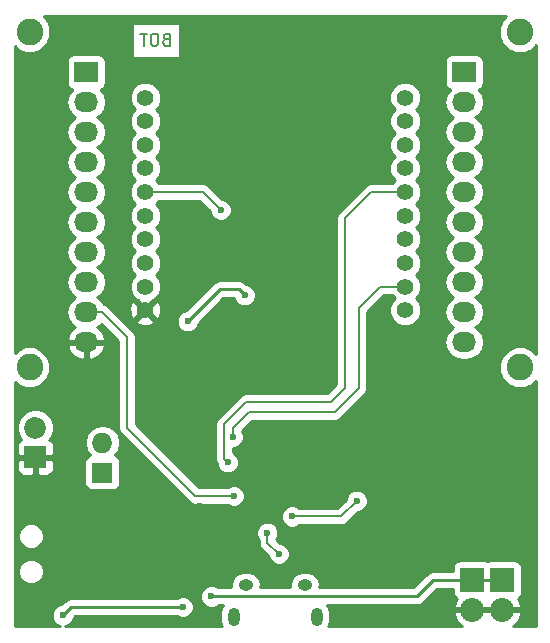
<source format=gbr>
G04 #@! TF.FileFunction,Copper,L2,Bot,Signal*
%FSLAX46Y46*%
G04 Gerber Fmt 4.6, Leading zero omitted, Abs format (unit mm)*
G04 Created by KiCad (PCBNEW 4.0.4-stable) date 01/27/17 12:31:46*
%MOMM*%
%LPD*%
G01*
G04 APERTURE LIST*
%ADD10C,0.100000*%
%ADD11C,0.200000*%
%ADD12C,2.260600*%
%ADD13C,0.600000*%
%ADD14C,1.400000*%
%ADD15O,1.250000X0.950000*%
%ADD16O,1.000000X1.550000*%
%ADD17R,1.850000X1.850000*%
%ADD18C,1.850000*%
%ADD19R,2.032000X1.727200*%
%ADD20O,2.032000X1.727200*%
%ADD21R,2.032000X2.032000*%
%ADD22O,2.032000X2.032000*%
%ADD23R,1.727200X1.727200*%
%ADD24O,1.727200X1.727200*%
%ADD25C,0.500000*%
%ADD26C,0.203200*%
%ADD27C,0.254000*%
G04 APERTURE END LIST*
D10*
D11*
X139733333Y-72228571D02*
X139590476Y-72276190D01*
X139542857Y-72323810D01*
X139495238Y-72419048D01*
X139495238Y-72561905D01*
X139542857Y-72657143D01*
X139590476Y-72704762D01*
X139685714Y-72752381D01*
X140066667Y-72752381D01*
X140066667Y-71752381D01*
X139733333Y-71752381D01*
X139638095Y-71800000D01*
X139590476Y-71847619D01*
X139542857Y-71942857D01*
X139542857Y-72038095D01*
X139590476Y-72133333D01*
X139638095Y-72180952D01*
X139733333Y-72228571D01*
X140066667Y-72228571D01*
X138876191Y-71752381D02*
X138685714Y-71752381D01*
X138590476Y-71800000D01*
X138495238Y-71895238D01*
X138447619Y-72085714D01*
X138447619Y-72419048D01*
X138495238Y-72609524D01*
X138590476Y-72704762D01*
X138685714Y-72752381D01*
X138876191Y-72752381D01*
X138971429Y-72704762D01*
X139066667Y-72609524D01*
X139114286Y-72419048D01*
X139114286Y-72085714D01*
X139066667Y-71895238D01*
X138971429Y-71800000D01*
X138876191Y-71752381D01*
X138161905Y-71752381D02*
X137590476Y-71752381D01*
X137876191Y-72752381D02*
X137876191Y-71752381D01*
D12*
X128200000Y-71600000D03*
D13*
X163400000Y-105800000D03*
X137700000Y-100800000D03*
X132700000Y-100800000D03*
X149800000Y-90800000D03*
X149800000Y-85800000D03*
X149800000Y-80800000D03*
X149800000Y-75800000D03*
X127700000Y-95800000D03*
X127700000Y-90800000D03*
X127700000Y-85800000D03*
X127700000Y-80800000D03*
X127700000Y-75800000D03*
X169800000Y-105800000D03*
X169800000Y-95800000D03*
X169800000Y-90800000D03*
X169800000Y-85800000D03*
X169800000Y-80800000D03*
X169800000Y-75800000D03*
X134800000Y-70800000D03*
X144800000Y-70800000D03*
X149800000Y-70800000D03*
X164800000Y-70800000D03*
X159800000Y-70800000D03*
X154800000Y-70800000D03*
X157900000Y-100900000D03*
X153400000Y-101000000D03*
X128500000Y-121500000D03*
X158600000Y-113400000D03*
X170900000Y-115400000D03*
X167400000Y-115400000D03*
X163300000Y-116300000D03*
X158600000Y-110600000D03*
X142600000Y-111700000D03*
X139300000Y-111700000D03*
X140500000Y-121500000D03*
X143600000Y-121500000D03*
X137700000Y-116500000D03*
X139900000Y-114600000D03*
X150200000Y-114390000D03*
X154450000Y-117750000D03*
X150210000Y-114390000D03*
X163300000Y-121500000D03*
X160100000Y-121500000D03*
X157100000Y-121500000D03*
X158600000Y-116300000D03*
D14*
X160000000Y-77160000D03*
X160000000Y-79160000D03*
X160000000Y-81160000D03*
X160000000Y-83160000D03*
X160000000Y-85160000D03*
X160000000Y-87160000D03*
X160000000Y-89160000D03*
X160000000Y-91160000D03*
X160000000Y-93160000D03*
X160000000Y-95160000D03*
X138000000Y-95160000D03*
X138000000Y-93160000D03*
X138000000Y-91160000D03*
X138000000Y-89160000D03*
X138000000Y-87160000D03*
X138000000Y-85160000D03*
X138000000Y-83160000D03*
X138000000Y-81160000D03*
X138000000Y-79160000D03*
X138000000Y-77160000D03*
D13*
X153400000Y-96900000D03*
D15*
X146499100Y-118420000D03*
X151499100Y-118420000D03*
D16*
X145499100Y-121120000D03*
X152499100Y-121120000D03*
D17*
X128680000Y-107610000D03*
D18*
X128680000Y-105110000D03*
D19*
X133000000Y-75000000D03*
D20*
X133000000Y-77540000D03*
X133000000Y-80080000D03*
X133000000Y-82620000D03*
X133000000Y-85160000D03*
X133000000Y-87700000D03*
X133000000Y-90240000D03*
X133000000Y-92780000D03*
X133000000Y-95320000D03*
X133000000Y-97860000D03*
D21*
X168240000Y-118000000D03*
D22*
X168240000Y-120540000D03*
D21*
X165700000Y-118000000D03*
D22*
X165700000Y-120540000D03*
D19*
X165000000Y-75000000D03*
D20*
X165000000Y-77540000D03*
X165000000Y-80080000D03*
X165000000Y-82620000D03*
X165000000Y-85160000D03*
X165000000Y-87700000D03*
X165000000Y-90240000D03*
X165000000Y-92780000D03*
X165000000Y-95320000D03*
X165000000Y-97860000D03*
D23*
X134360000Y-108910000D03*
D24*
X134360000Y-106370000D03*
D25*
X149740000Y-108810000D03*
X149740000Y-107810000D03*
X150740000Y-108810000D03*
X150740000Y-107810000D03*
X148740000Y-107810000D03*
X148740000Y-108810000D03*
X148740000Y-109810000D03*
X149740000Y-109810000D03*
X150740000Y-109810000D03*
D12*
X128200000Y-100000000D03*
X169700000Y-100000000D03*
X169700000Y-71600000D03*
D13*
X155900000Y-111300000D03*
X150428335Y-112628335D03*
X141200000Y-120300000D03*
X131000000Y-121000000D03*
X143600000Y-119400000D03*
X141590000Y-96100000D03*
X146400000Y-93900000D03*
X144390000Y-86690000D03*
X145500000Y-110900000D03*
X144970000Y-108040000D03*
X145400000Y-105900000D03*
X148340000Y-114010000D03*
X149310000Y-115810000D03*
D26*
X150428335Y-112628335D02*
X154300000Y-112628335D01*
X155900000Y-111300000D02*
X154571665Y-112628335D01*
X154571665Y-112628335D02*
X154300000Y-112628335D01*
D27*
X131700000Y-120300000D02*
X141200000Y-120300000D01*
X131000000Y-121000000D02*
X131700000Y-120300000D01*
X165700000Y-118000000D02*
X166970000Y-118000000D01*
X166970000Y-118000000D02*
X168240000Y-118000000D01*
X161000000Y-119400000D02*
X162400000Y-118000000D01*
X162400000Y-118000000D02*
X165700000Y-118000000D01*
X143600000Y-119400000D02*
X161000000Y-119400000D01*
X141590000Y-96100000D02*
X144290000Y-93400000D01*
X144290000Y-93400000D02*
X145900000Y-93400000D01*
X145900000Y-93400000D02*
X146400000Y-93900000D01*
D26*
X138000000Y-85160000D02*
X142860000Y-85160000D01*
X142860000Y-85160000D02*
X144390000Y-86690000D01*
X145500000Y-110900000D02*
X142230000Y-110900000D01*
X142230000Y-110900000D02*
X136440000Y-105110000D01*
X136440000Y-105110000D02*
X136440000Y-97430000D01*
X136440000Y-97430000D02*
X134330000Y-95320000D01*
X134330000Y-95320000D02*
X133000000Y-95320000D01*
X154920000Y-87370000D02*
X157130000Y-85160000D01*
X157130000Y-85160000D02*
X160000000Y-85160000D01*
X154920000Y-101730000D02*
X154920000Y-87370000D01*
X153710000Y-102940000D02*
X154920000Y-101730000D01*
X146560000Y-102940000D02*
X153710000Y-102940000D01*
X144670001Y-104829999D02*
X146560000Y-102940000D01*
X144970000Y-108040000D02*
X144670001Y-107740001D01*
X144670001Y-107740001D02*
X144670001Y-104829999D01*
X145400000Y-105900000D02*
X145400000Y-105140000D01*
X156060000Y-95000000D02*
X157900000Y-93160000D01*
X145400000Y-105140000D02*
X146770000Y-103770000D01*
X146770000Y-103770000D02*
X154020000Y-103770000D01*
X154020000Y-103770000D02*
X156060000Y-101730000D01*
X156060000Y-101730000D02*
X156060000Y-95000000D01*
X157900000Y-93160000D02*
X160000000Y-93160000D01*
X149310000Y-115810000D02*
X148340000Y-114840000D01*
X148340000Y-114840000D02*
X148340000Y-114010000D01*
D27*
G36*
X168204324Y-70598732D02*
X167935007Y-71247320D01*
X167934395Y-71949599D01*
X168202579Y-72598656D01*
X168698732Y-73095676D01*
X169347320Y-73364993D01*
X170049599Y-73365605D01*
X170698656Y-73097421D01*
X171065000Y-72731716D01*
X171065000Y-98868692D01*
X170701268Y-98504324D01*
X170052680Y-98235007D01*
X169350401Y-98234395D01*
X168701344Y-98502579D01*
X168204324Y-98998732D01*
X167935007Y-99647320D01*
X167934395Y-100349599D01*
X168202579Y-100998656D01*
X168698732Y-101495676D01*
X169347320Y-101764993D01*
X170049599Y-101765605D01*
X170698656Y-101497421D01*
X171065000Y-101131716D01*
X171065000Y-121915000D01*
X169126025Y-121915000D01*
X169208379Y-121877188D01*
X169646385Y-121404818D01*
X169845975Y-120922944D01*
X169726836Y-120667000D01*
X168367000Y-120667000D01*
X168367000Y-120687000D01*
X168113000Y-120687000D01*
X168113000Y-120667000D01*
X165827000Y-120667000D01*
X165827000Y-120687000D01*
X165573000Y-120687000D01*
X165573000Y-120667000D01*
X164213164Y-120667000D01*
X164094025Y-120922944D01*
X164293615Y-121404818D01*
X164731621Y-121877188D01*
X164813975Y-121915000D01*
X153508929Y-121915000D01*
X153547703Y-121856970D01*
X153634100Y-121422624D01*
X153634100Y-120817376D01*
X153547703Y-120383030D01*
X153400015Y-120162000D01*
X161000000Y-120162000D01*
X161291605Y-120103996D01*
X161538815Y-119938815D01*
X162715630Y-118762000D01*
X164036560Y-118762000D01*
X164036560Y-119016000D01*
X164080838Y-119251317D01*
X164219910Y-119467441D01*
X164382948Y-119578840D01*
X164293615Y-119675182D01*
X164094025Y-120157056D01*
X164213164Y-120413000D01*
X165573000Y-120413000D01*
X165573000Y-120393000D01*
X165827000Y-120393000D01*
X165827000Y-120413000D01*
X168113000Y-120413000D01*
X168113000Y-120393000D01*
X168367000Y-120393000D01*
X168367000Y-120413000D01*
X169726836Y-120413000D01*
X169845975Y-120157056D01*
X169646385Y-119675182D01*
X169555903Y-119577602D01*
X169707441Y-119480090D01*
X169852431Y-119267890D01*
X169903440Y-119016000D01*
X169903440Y-116984000D01*
X169859162Y-116748683D01*
X169720090Y-116532559D01*
X169507890Y-116387569D01*
X169256000Y-116336560D01*
X167224000Y-116336560D01*
X166988683Y-116380838D01*
X166972901Y-116390993D01*
X166967890Y-116387569D01*
X166716000Y-116336560D01*
X164684000Y-116336560D01*
X164448683Y-116380838D01*
X164232559Y-116519910D01*
X164087569Y-116732110D01*
X164036560Y-116984000D01*
X164036560Y-117238000D01*
X162400000Y-117238000D01*
X162108395Y-117296004D01*
X162087449Y-117310000D01*
X161861185Y-117461185D01*
X160684370Y-118638000D01*
X152740422Y-118638000D01*
X152783785Y-118420000D01*
X152699291Y-117995221D01*
X152458674Y-117635111D01*
X152098564Y-117394494D01*
X151673785Y-117310000D01*
X151324415Y-117310000D01*
X150899636Y-117394494D01*
X150539526Y-117635111D01*
X150298909Y-117995221D01*
X150214415Y-118420000D01*
X150257778Y-118638000D01*
X147740422Y-118638000D01*
X147783785Y-118420000D01*
X147699291Y-117995221D01*
X147458674Y-117635111D01*
X147098564Y-117394494D01*
X146673785Y-117310000D01*
X146324415Y-117310000D01*
X145899636Y-117394494D01*
X145539526Y-117635111D01*
X145298909Y-117995221D01*
X145214415Y-118420000D01*
X145257778Y-118638000D01*
X144160466Y-118638000D01*
X144130327Y-118607808D01*
X143786799Y-118465162D01*
X143414833Y-118464838D01*
X143071057Y-118606883D01*
X142807808Y-118869673D01*
X142665162Y-119213201D01*
X142664838Y-119585167D01*
X142806883Y-119928943D01*
X143069673Y-120192192D01*
X143413201Y-120334838D01*
X143785167Y-120335162D01*
X144128943Y-120193117D01*
X144160114Y-120162000D01*
X144598185Y-120162000D01*
X144450497Y-120383030D01*
X144364100Y-120817376D01*
X144364100Y-121422624D01*
X144450497Y-121856970D01*
X144489271Y-121915000D01*
X131233963Y-121915000D01*
X131528943Y-121793117D01*
X131792192Y-121530327D01*
X131934838Y-121186799D01*
X131934876Y-121142754D01*
X132015631Y-121062000D01*
X140639534Y-121062000D01*
X140669673Y-121092192D01*
X141013201Y-121234838D01*
X141385167Y-121235162D01*
X141728943Y-121093117D01*
X141992192Y-120830327D01*
X142134838Y-120486799D01*
X142135162Y-120114833D01*
X141993117Y-119771057D01*
X141730327Y-119507808D01*
X141386799Y-119365162D01*
X141014833Y-119364838D01*
X140671057Y-119506883D01*
X140639886Y-119538000D01*
X131700000Y-119538000D01*
X131454672Y-119586799D01*
X131408395Y-119596004D01*
X131161184Y-119761185D01*
X130857494Y-120064875D01*
X130814833Y-120064838D01*
X130471057Y-120206883D01*
X130207808Y-120469673D01*
X130065162Y-120813201D01*
X130064838Y-121185167D01*
X130206883Y-121528943D01*
X130469673Y-121792192D01*
X130765426Y-121915000D01*
X126935000Y-121915000D01*
X126935000Y-117504873D01*
X127239812Y-117504873D01*
X127404646Y-117903800D01*
X127709595Y-118209282D01*
X128108233Y-118374811D01*
X128539873Y-118375188D01*
X128938800Y-118210354D01*
X129244282Y-117905405D01*
X129409811Y-117506767D01*
X129410188Y-117075127D01*
X129245354Y-116676200D01*
X128940405Y-116370718D01*
X128541767Y-116205189D01*
X128110127Y-116204812D01*
X127711200Y-116369646D01*
X127405718Y-116674595D01*
X127240189Y-117073233D01*
X127239812Y-117504873D01*
X126935000Y-117504873D01*
X126935000Y-114504873D01*
X127239812Y-114504873D01*
X127404646Y-114903800D01*
X127709595Y-115209282D01*
X128108233Y-115374811D01*
X128539873Y-115375188D01*
X128938800Y-115210354D01*
X129244282Y-114905405D01*
X129409811Y-114506767D01*
X129410083Y-114195167D01*
X147404838Y-114195167D01*
X147546883Y-114538943D01*
X147603400Y-114595559D01*
X147603400Y-114840000D01*
X147659470Y-115121885D01*
X147819145Y-115360855D01*
X148374906Y-115916616D01*
X148374838Y-115995167D01*
X148516883Y-116338943D01*
X148779673Y-116602192D01*
X149123201Y-116744838D01*
X149495167Y-116745162D01*
X149838943Y-116603117D01*
X150102192Y-116340327D01*
X150244838Y-115996799D01*
X150245162Y-115624833D01*
X150103117Y-115281057D01*
X149840327Y-115017808D01*
X149496799Y-114875162D01*
X149416802Y-114875092D01*
X149107093Y-114565383D01*
X149132192Y-114540327D01*
X149274838Y-114196799D01*
X149275162Y-113824833D01*
X149133117Y-113481057D01*
X148870327Y-113217808D01*
X148526799Y-113075162D01*
X148154833Y-113074838D01*
X147811057Y-113216883D01*
X147547808Y-113479673D01*
X147405162Y-113823201D01*
X147404838Y-114195167D01*
X129410083Y-114195167D01*
X129410188Y-114075127D01*
X129245354Y-113676200D01*
X128940405Y-113370718D01*
X128541767Y-113205189D01*
X128110127Y-113204812D01*
X127711200Y-113369646D01*
X127405718Y-113674595D01*
X127240189Y-114073233D01*
X127239812Y-114504873D01*
X126935000Y-114504873D01*
X126935000Y-112813502D01*
X149493173Y-112813502D01*
X149635218Y-113157278D01*
X149898008Y-113420527D01*
X150241536Y-113563173D01*
X150613502Y-113563497D01*
X150957278Y-113421452D01*
X151013894Y-113364935D01*
X154571665Y-113364935D01*
X154853550Y-113308865D01*
X155092520Y-113149190D01*
X156006616Y-112235094D01*
X156085167Y-112235162D01*
X156428943Y-112093117D01*
X156692192Y-111830327D01*
X156834838Y-111486799D01*
X156835162Y-111114833D01*
X156693117Y-110771057D01*
X156430327Y-110507808D01*
X156086799Y-110365162D01*
X155714833Y-110364838D01*
X155371057Y-110506883D01*
X155107808Y-110769673D01*
X154965162Y-111113201D01*
X154965092Y-111193198D01*
X154266555Y-111891735D01*
X151014157Y-111891735D01*
X150958662Y-111836143D01*
X150615134Y-111693497D01*
X150243168Y-111693173D01*
X149899392Y-111835218D01*
X149636143Y-112098008D01*
X149493497Y-112441536D01*
X149493173Y-112813502D01*
X126935000Y-112813502D01*
X126935000Y-107895750D01*
X127120000Y-107895750D01*
X127120000Y-108661309D01*
X127216673Y-108894698D01*
X127395301Y-109073327D01*
X127628690Y-109170000D01*
X128394250Y-109170000D01*
X128553000Y-109011250D01*
X128553000Y-107737000D01*
X128807000Y-107737000D01*
X128807000Y-109011250D01*
X128965750Y-109170000D01*
X129731310Y-109170000D01*
X129964699Y-109073327D01*
X130143327Y-108894698D01*
X130240000Y-108661309D01*
X130240000Y-108046400D01*
X132848960Y-108046400D01*
X132848960Y-109773600D01*
X132893238Y-110008917D01*
X133032310Y-110225041D01*
X133244510Y-110370031D01*
X133496400Y-110421040D01*
X135223600Y-110421040D01*
X135458917Y-110376762D01*
X135675041Y-110237690D01*
X135820031Y-110025490D01*
X135871040Y-109773600D01*
X135871040Y-108046400D01*
X135826762Y-107811083D01*
X135687690Y-107594959D01*
X135475490Y-107449969D01*
X135431655Y-107441092D01*
X135744526Y-106972848D01*
X135858600Y-106399359D01*
X135858600Y-106340641D01*
X135744526Y-105767152D01*
X135419670Y-105280971D01*
X134933489Y-104956115D01*
X134360000Y-104842041D01*
X133786511Y-104956115D01*
X133300330Y-105280971D01*
X132975474Y-105767152D01*
X132861400Y-106340641D01*
X132861400Y-106399359D01*
X132975474Y-106972848D01*
X133286574Y-107438442D01*
X133261083Y-107443238D01*
X133044959Y-107582310D01*
X132899969Y-107794510D01*
X132848960Y-108046400D01*
X130240000Y-108046400D01*
X130240000Y-107895750D01*
X130081250Y-107737000D01*
X128807000Y-107737000D01*
X128553000Y-107737000D01*
X127278750Y-107737000D01*
X127120000Y-107895750D01*
X126935000Y-107895750D01*
X126935000Y-105418942D01*
X127119730Y-105418942D01*
X127356725Y-105992514D01*
X127476882Y-106112881D01*
X127395301Y-106146673D01*
X127216673Y-106325302D01*
X127120000Y-106558691D01*
X127120000Y-107324250D01*
X127278750Y-107483000D01*
X128553000Y-107483000D01*
X128553000Y-107463000D01*
X128807000Y-107463000D01*
X128807000Y-107483000D01*
X130081250Y-107483000D01*
X130240000Y-107324250D01*
X130240000Y-106558691D01*
X130143327Y-106325302D01*
X129964699Y-106146673D01*
X129883365Y-106112983D01*
X130001732Y-105994823D01*
X130239728Y-105421664D01*
X130240270Y-104801058D01*
X130003275Y-104227486D01*
X129564823Y-103788268D01*
X128991664Y-103550272D01*
X128371058Y-103549730D01*
X127797486Y-103786725D01*
X127358268Y-104225177D01*
X127120272Y-104798336D01*
X127119730Y-105418942D01*
X126935000Y-105418942D01*
X126935000Y-101231483D01*
X127198732Y-101495676D01*
X127847320Y-101764993D01*
X128549599Y-101765605D01*
X129198656Y-101497421D01*
X129695676Y-101001268D01*
X129964993Y-100352680D01*
X129965605Y-99650401D01*
X129697421Y-99001344D01*
X129201268Y-98504324D01*
X128552680Y-98235007D01*
X127850401Y-98234395D01*
X127201344Y-98502579D01*
X126935000Y-98768458D01*
X126935000Y-98219026D01*
X131392642Y-98219026D01*
X131395291Y-98234791D01*
X131649268Y-98762036D01*
X132085680Y-99151954D01*
X132638087Y-99345184D01*
X132873000Y-99200924D01*
X132873000Y-97987000D01*
X133127000Y-97987000D01*
X133127000Y-99200924D01*
X133361913Y-99345184D01*
X133914320Y-99151954D01*
X134350732Y-98762036D01*
X134604709Y-98234791D01*
X134607358Y-98219026D01*
X134486217Y-97987000D01*
X133127000Y-97987000D01*
X132873000Y-97987000D01*
X131513783Y-97987000D01*
X131392642Y-98219026D01*
X126935000Y-98219026D01*
X126935000Y-77540000D01*
X131316655Y-77540000D01*
X131430729Y-78113489D01*
X131755585Y-78599670D01*
X132070366Y-78810000D01*
X131755585Y-79020330D01*
X131430729Y-79506511D01*
X131316655Y-80080000D01*
X131430729Y-80653489D01*
X131755585Y-81139670D01*
X132070366Y-81350000D01*
X131755585Y-81560330D01*
X131430729Y-82046511D01*
X131316655Y-82620000D01*
X131430729Y-83193489D01*
X131755585Y-83679670D01*
X132070366Y-83890000D01*
X131755585Y-84100330D01*
X131430729Y-84586511D01*
X131316655Y-85160000D01*
X131430729Y-85733489D01*
X131755585Y-86219670D01*
X132070366Y-86430000D01*
X131755585Y-86640330D01*
X131430729Y-87126511D01*
X131316655Y-87700000D01*
X131430729Y-88273489D01*
X131755585Y-88759670D01*
X132070366Y-88970000D01*
X131755585Y-89180330D01*
X131430729Y-89666511D01*
X131316655Y-90240000D01*
X131430729Y-90813489D01*
X131755585Y-91299670D01*
X132070366Y-91510000D01*
X131755585Y-91720330D01*
X131430729Y-92206511D01*
X131316655Y-92780000D01*
X131430729Y-93353489D01*
X131755585Y-93839670D01*
X132070366Y-94050000D01*
X131755585Y-94260330D01*
X131430729Y-94746511D01*
X131316655Y-95320000D01*
X131430729Y-95893489D01*
X131755585Y-96379670D01*
X132065069Y-96586461D01*
X131649268Y-96957964D01*
X131395291Y-97485209D01*
X131392642Y-97500974D01*
X131513783Y-97733000D01*
X132873000Y-97733000D01*
X132873000Y-97713000D01*
X133127000Y-97713000D01*
X133127000Y-97733000D01*
X134486217Y-97733000D01*
X134607358Y-97500974D01*
X134604709Y-97485209D01*
X134350732Y-96957964D01*
X133934931Y-96586461D01*
X134244415Y-96379670D01*
X134285889Y-96317599D01*
X135703400Y-97735110D01*
X135703400Y-105110000D01*
X135759470Y-105391885D01*
X135919145Y-105630855D01*
X141709145Y-111420855D01*
X141948116Y-111580531D01*
X142230000Y-111636601D01*
X142230005Y-111636600D01*
X144914178Y-111636600D01*
X144969673Y-111692192D01*
X145313201Y-111834838D01*
X145685167Y-111835162D01*
X146028943Y-111693117D01*
X146292192Y-111430327D01*
X146434838Y-111086799D01*
X146435162Y-110714833D01*
X146293117Y-110371057D01*
X146030327Y-110107808D01*
X145686799Y-109965162D01*
X145314833Y-109964838D01*
X144971057Y-110106883D01*
X144914441Y-110163400D01*
X142535110Y-110163400D01*
X137201709Y-104829999D01*
X143933401Y-104829999D01*
X143933401Y-107740001D01*
X143989471Y-108021886D01*
X144034956Y-108089959D01*
X144034838Y-108225167D01*
X144176883Y-108568943D01*
X144439673Y-108832192D01*
X144783201Y-108974838D01*
X145155167Y-108975162D01*
X145498943Y-108833117D01*
X145762192Y-108570327D01*
X145904838Y-108226799D01*
X145905162Y-107854833D01*
X145763117Y-107511057D01*
X145500327Y-107247808D01*
X145406601Y-107208889D01*
X145406601Y-106835006D01*
X145585167Y-106835162D01*
X145928943Y-106693117D01*
X146192192Y-106430327D01*
X146334838Y-106086799D01*
X146335162Y-105714833D01*
X146198244Y-105383466D01*
X147075110Y-104506600D01*
X154020000Y-104506600D01*
X154301885Y-104450530D01*
X154540855Y-104290855D01*
X156580855Y-102250855D01*
X156612563Y-102203400D01*
X156740530Y-102011885D01*
X156796600Y-101730000D01*
X156796600Y-95305110D01*
X158205110Y-93896600D01*
X158859885Y-93896600D01*
X158867582Y-93915229D01*
X159112024Y-94160098D01*
X158868902Y-94402796D01*
X158665232Y-94893287D01*
X158664769Y-95424383D01*
X158867582Y-95915229D01*
X159242796Y-96291098D01*
X159733287Y-96494768D01*
X160264383Y-96495231D01*
X160755229Y-96292418D01*
X161131098Y-95917204D01*
X161334768Y-95426713D01*
X161335231Y-94895617D01*
X161132418Y-94404771D01*
X160887976Y-94159902D01*
X161131098Y-93917204D01*
X161334768Y-93426713D01*
X161335231Y-92895617D01*
X161132418Y-92404771D01*
X160887976Y-92159902D01*
X161131098Y-91917204D01*
X161334768Y-91426713D01*
X161335231Y-90895617D01*
X161132418Y-90404771D01*
X160887976Y-90159902D01*
X161131098Y-89917204D01*
X161334768Y-89426713D01*
X161335231Y-88895617D01*
X161132418Y-88404771D01*
X160887976Y-88159902D01*
X161131098Y-87917204D01*
X161334768Y-87426713D01*
X161335231Y-86895617D01*
X161132418Y-86404771D01*
X160887976Y-86159902D01*
X161131098Y-85917204D01*
X161334768Y-85426713D01*
X161335231Y-84895617D01*
X161132418Y-84404771D01*
X160887976Y-84159902D01*
X161131098Y-83917204D01*
X161334768Y-83426713D01*
X161335231Y-82895617D01*
X161132418Y-82404771D01*
X160887976Y-82159902D01*
X161131098Y-81917204D01*
X161334768Y-81426713D01*
X161335231Y-80895617D01*
X161132418Y-80404771D01*
X160887976Y-80159902D01*
X161131098Y-79917204D01*
X161334768Y-79426713D01*
X161335231Y-78895617D01*
X161132418Y-78404771D01*
X160887976Y-78159902D01*
X161131098Y-77917204D01*
X161287727Y-77540000D01*
X163316655Y-77540000D01*
X163430729Y-78113489D01*
X163755585Y-78599670D01*
X164070366Y-78810000D01*
X163755585Y-79020330D01*
X163430729Y-79506511D01*
X163316655Y-80080000D01*
X163430729Y-80653489D01*
X163755585Y-81139670D01*
X164070366Y-81350000D01*
X163755585Y-81560330D01*
X163430729Y-82046511D01*
X163316655Y-82620000D01*
X163430729Y-83193489D01*
X163755585Y-83679670D01*
X164070366Y-83890000D01*
X163755585Y-84100330D01*
X163430729Y-84586511D01*
X163316655Y-85160000D01*
X163430729Y-85733489D01*
X163755585Y-86219670D01*
X164070366Y-86430000D01*
X163755585Y-86640330D01*
X163430729Y-87126511D01*
X163316655Y-87700000D01*
X163430729Y-88273489D01*
X163755585Y-88759670D01*
X164070366Y-88970000D01*
X163755585Y-89180330D01*
X163430729Y-89666511D01*
X163316655Y-90240000D01*
X163430729Y-90813489D01*
X163755585Y-91299670D01*
X164070366Y-91510000D01*
X163755585Y-91720330D01*
X163430729Y-92206511D01*
X163316655Y-92780000D01*
X163430729Y-93353489D01*
X163755585Y-93839670D01*
X164070366Y-94050000D01*
X163755585Y-94260330D01*
X163430729Y-94746511D01*
X163316655Y-95320000D01*
X163430729Y-95893489D01*
X163755585Y-96379670D01*
X164070366Y-96590000D01*
X163755585Y-96800330D01*
X163430729Y-97286511D01*
X163316655Y-97860000D01*
X163430729Y-98433489D01*
X163755585Y-98919670D01*
X164241766Y-99244526D01*
X164815255Y-99358600D01*
X165184745Y-99358600D01*
X165758234Y-99244526D01*
X166244415Y-98919670D01*
X166569271Y-98433489D01*
X166683345Y-97860000D01*
X166569271Y-97286511D01*
X166244415Y-96800330D01*
X165929634Y-96590000D01*
X166244415Y-96379670D01*
X166569271Y-95893489D01*
X166683345Y-95320000D01*
X166569271Y-94746511D01*
X166244415Y-94260330D01*
X165929634Y-94050000D01*
X166244415Y-93839670D01*
X166569271Y-93353489D01*
X166683345Y-92780000D01*
X166569271Y-92206511D01*
X166244415Y-91720330D01*
X165929634Y-91510000D01*
X166244415Y-91299670D01*
X166569271Y-90813489D01*
X166683345Y-90240000D01*
X166569271Y-89666511D01*
X166244415Y-89180330D01*
X165929634Y-88970000D01*
X166244415Y-88759670D01*
X166569271Y-88273489D01*
X166683345Y-87700000D01*
X166569271Y-87126511D01*
X166244415Y-86640330D01*
X165929634Y-86430000D01*
X166244415Y-86219670D01*
X166569271Y-85733489D01*
X166683345Y-85160000D01*
X166569271Y-84586511D01*
X166244415Y-84100330D01*
X165929634Y-83890000D01*
X166244415Y-83679670D01*
X166569271Y-83193489D01*
X166683345Y-82620000D01*
X166569271Y-82046511D01*
X166244415Y-81560330D01*
X165929634Y-81350000D01*
X166244415Y-81139670D01*
X166569271Y-80653489D01*
X166683345Y-80080000D01*
X166569271Y-79506511D01*
X166244415Y-79020330D01*
X165929634Y-78810000D01*
X166244415Y-78599670D01*
X166569271Y-78113489D01*
X166683345Y-77540000D01*
X166569271Y-76966511D01*
X166244415Y-76480330D01*
X166230087Y-76470757D01*
X166251317Y-76466762D01*
X166467441Y-76327690D01*
X166612431Y-76115490D01*
X166663440Y-75863600D01*
X166663440Y-74136400D01*
X166619162Y-73901083D01*
X166480090Y-73684959D01*
X166267890Y-73539969D01*
X166016000Y-73488960D01*
X163984000Y-73488960D01*
X163748683Y-73533238D01*
X163532559Y-73672310D01*
X163387569Y-73884510D01*
X163336560Y-74136400D01*
X163336560Y-75863600D01*
X163380838Y-76098917D01*
X163519910Y-76315041D01*
X163732110Y-76460031D01*
X163773439Y-76468400D01*
X163755585Y-76480330D01*
X163430729Y-76966511D01*
X163316655Y-77540000D01*
X161287727Y-77540000D01*
X161334768Y-77426713D01*
X161335231Y-76895617D01*
X161132418Y-76404771D01*
X160757204Y-76028902D01*
X160266713Y-75825232D01*
X159735617Y-75824769D01*
X159244771Y-76027582D01*
X158868902Y-76402796D01*
X158665232Y-76893287D01*
X158664769Y-77424383D01*
X158867582Y-77915229D01*
X159112024Y-78160098D01*
X158868902Y-78402796D01*
X158665232Y-78893287D01*
X158664769Y-79424383D01*
X158867582Y-79915229D01*
X159112024Y-80160098D01*
X158868902Y-80402796D01*
X158665232Y-80893287D01*
X158664769Y-81424383D01*
X158867582Y-81915229D01*
X159112024Y-82160098D01*
X158868902Y-82402796D01*
X158665232Y-82893287D01*
X158664769Y-83424383D01*
X158867582Y-83915229D01*
X159112024Y-84160098D01*
X158868902Y-84402796D01*
X158860346Y-84423400D01*
X157130000Y-84423400D01*
X156848115Y-84479470D01*
X156609145Y-84639145D01*
X154399145Y-86849145D01*
X154239470Y-87088115D01*
X154183400Y-87370000D01*
X154183400Y-101424890D01*
X153404890Y-102203400D01*
X146560000Y-102203400D01*
X146278115Y-102259470D01*
X146039145Y-102419145D01*
X144149146Y-104309144D01*
X143989471Y-104548114D01*
X143933401Y-104829999D01*
X137201709Y-104829999D01*
X137176600Y-104804890D01*
X137176600Y-97430000D01*
X137120530Y-97148115D01*
X136960855Y-96909145D01*
X136146985Y-96095275D01*
X137244331Y-96095275D01*
X137306169Y-96331042D01*
X137807122Y-96507419D01*
X138337440Y-96478664D01*
X138693831Y-96331042D01*
X138705863Y-96285167D01*
X140654838Y-96285167D01*
X140796883Y-96628943D01*
X141059673Y-96892192D01*
X141403201Y-97034838D01*
X141775167Y-97035162D01*
X142118943Y-96893117D01*
X142382192Y-96630327D01*
X142524838Y-96286799D01*
X142524876Y-96242754D01*
X144605631Y-94162000D01*
X145496585Y-94162000D01*
X145606883Y-94428943D01*
X145869673Y-94692192D01*
X146213201Y-94834838D01*
X146585167Y-94835162D01*
X146928943Y-94693117D01*
X147192192Y-94430327D01*
X147334838Y-94086799D01*
X147335162Y-93714833D01*
X147193117Y-93371057D01*
X146930327Y-93107808D01*
X146586799Y-92965162D01*
X146542754Y-92965124D01*
X146438815Y-92861185D01*
X146317313Y-92780000D01*
X146191605Y-92696004D01*
X145900000Y-92638000D01*
X144290000Y-92638000D01*
X143998395Y-92696004D01*
X143899377Y-92762166D01*
X143751185Y-92861184D01*
X141447495Y-95164875D01*
X141404833Y-95164838D01*
X141061057Y-95306883D01*
X140797808Y-95569673D01*
X140655162Y-95913201D01*
X140654838Y-96285167D01*
X138705863Y-96285167D01*
X138755669Y-96095275D01*
X138000000Y-95339605D01*
X137244331Y-96095275D01*
X136146985Y-96095275D01*
X135018832Y-94967122D01*
X136652581Y-94967122D01*
X136681336Y-95497440D01*
X136828958Y-95853831D01*
X137064725Y-95915669D01*
X137820395Y-95160000D01*
X138179605Y-95160000D01*
X138935275Y-95915669D01*
X139171042Y-95853831D01*
X139347419Y-95352878D01*
X139318664Y-94822560D01*
X139171042Y-94466169D01*
X138935275Y-94404331D01*
X138179605Y-95160000D01*
X137820395Y-95160000D01*
X137064725Y-94404331D01*
X136828958Y-94466169D01*
X136652581Y-94967122D01*
X135018832Y-94967122D01*
X134850855Y-94799145D01*
X134611885Y-94639470D01*
X134480254Y-94613287D01*
X134244415Y-94260330D01*
X133929634Y-94050000D01*
X134244415Y-93839670D01*
X134569271Y-93353489D01*
X134683345Y-92780000D01*
X134569271Y-92206511D01*
X134244415Y-91720330D01*
X133929634Y-91510000D01*
X134244415Y-91299670D01*
X134569271Y-90813489D01*
X134683345Y-90240000D01*
X134569271Y-89666511D01*
X134244415Y-89180330D01*
X133929634Y-88970000D01*
X134244415Y-88759670D01*
X134569271Y-88273489D01*
X134683345Y-87700000D01*
X134569271Y-87126511D01*
X134244415Y-86640330D01*
X133929634Y-86430000D01*
X134244415Y-86219670D01*
X134569271Y-85733489D01*
X134683345Y-85160000D01*
X134569271Y-84586511D01*
X134244415Y-84100330D01*
X133929634Y-83890000D01*
X134244415Y-83679670D01*
X134569271Y-83193489D01*
X134683345Y-82620000D01*
X134569271Y-82046511D01*
X134244415Y-81560330D01*
X133929634Y-81350000D01*
X134244415Y-81139670D01*
X134569271Y-80653489D01*
X134683345Y-80080000D01*
X134569271Y-79506511D01*
X134244415Y-79020330D01*
X133929634Y-78810000D01*
X134244415Y-78599670D01*
X134569271Y-78113489D01*
X134683345Y-77540000D01*
X134660348Y-77424383D01*
X136664769Y-77424383D01*
X136867582Y-77915229D01*
X137112024Y-78160098D01*
X136868902Y-78402796D01*
X136665232Y-78893287D01*
X136664769Y-79424383D01*
X136867582Y-79915229D01*
X137112024Y-80160098D01*
X136868902Y-80402796D01*
X136665232Y-80893287D01*
X136664769Y-81424383D01*
X136867582Y-81915229D01*
X137112024Y-82160098D01*
X136868902Y-82402796D01*
X136665232Y-82893287D01*
X136664769Y-83424383D01*
X136867582Y-83915229D01*
X137112024Y-84160098D01*
X136868902Y-84402796D01*
X136665232Y-84893287D01*
X136664769Y-85424383D01*
X136867582Y-85915229D01*
X137112024Y-86160098D01*
X136868902Y-86402796D01*
X136665232Y-86893287D01*
X136664769Y-87424383D01*
X136867582Y-87915229D01*
X137112024Y-88160098D01*
X136868902Y-88402796D01*
X136665232Y-88893287D01*
X136664769Y-89424383D01*
X136867582Y-89915229D01*
X137112024Y-90160098D01*
X136868902Y-90402796D01*
X136665232Y-90893287D01*
X136664769Y-91424383D01*
X136867582Y-91915229D01*
X137112024Y-92160098D01*
X136868902Y-92402796D01*
X136665232Y-92893287D01*
X136664769Y-93424383D01*
X136867582Y-93915229D01*
X137242796Y-94291098D01*
X137358925Y-94339319D01*
X138000000Y-94980395D01*
X138640621Y-94339773D01*
X138755229Y-94292418D01*
X139131098Y-93917204D01*
X139334768Y-93426713D01*
X139335231Y-92895617D01*
X139132418Y-92404771D01*
X138887976Y-92159902D01*
X139131098Y-91917204D01*
X139334768Y-91426713D01*
X139335231Y-90895617D01*
X139132418Y-90404771D01*
X138887976Y-90159902D01*
X139131098Y-89917204D01*
X139334768Y-89426713D01*
X139335231Y-88895617D01*
X139132418Y-88404771D01*
X138887976Y-88159902D01*
X139131098Y-87917204D01*
X139334768Y-87426713D01*
X139335231Y-86895617D01*
X139132418Y-86404771D01*
X138887976Y-86159902D01*
X139131098Y-85917204D01*
X139139654Y-85896600D01*
X142554890Y-85896600D01*
X143454906Y-86796616D01*
X143454838Y-86875167D01*
X143596883Y-87218943D01*
X143859673Y-87482192D01*
X144203201Y-87624838D01*
X144575167Y-87625162D01*
X144918943Y-87483117D01*
X145182192Y-87220327D01*
X145324838Y-86876799D01*
X145325162Y-86504833D01*
X145183117Y-86161057D01*
X144920327Y-85897808D01*
X144576799Y-85755162D01*
X144496802Y-85755092D01*
X143380855Y-84639145D01*
X143141885Y-84479470D01*
X142860000Y-84423400D01*
X139140115Y-84423400D01*
X139132418Y-84404771D01*
X138887976Y-84159902D01*
X139131098Y-83917204D01*
X139334768Y-83426713D01*
X139335231Y-82895617D01*
X139132418Y-82404771D01*
X138887976Y-82159902D01*
X139131098Y-81917204D01*
X139334768Y-81426713D01*
X139335231Y-80895617D01*
X139132418Y-80404771D01*
X138887976Y-80159902D01*
X139131098Y-79917204D01*
X139334768Y-79426713D01*
X139335231Y-78895617D01*
X139132418Y-78404771D01*
X138887976Y-78159902D01*
X139131098Y-77917204D01*
X139334768Y-77426713D01*
X139335231Y-76895617D01*
X139132418Y-76404771D01*
X138757204Y-76028902D01*
X138266713Y-75825232D01*
X137735617Y-75824769D01*
X137244771Y-76027582D01*
X136868902Y-76402796D01*
X136665232Y-76893287D01*
X136664769Y-77424383D01*
X134660348Y-77424383D01*
X134569271Y-76966511D01*
X134244415Y-76480330D01*
X134230087Y-76470757D01*
X134251317Y-76466762D01*
X134467441Y-76327690D01*
X134612431Y-76115490D01*
X134663440Y-75863600D01*
X134663440Y-74136400D01*
X134619162Y-73901083D01*
X134480090Y-73684959D01*
X134267890Y-73539969D01*
X134016000Y-73488960D01*
X131984000Y-73488960D01*
X131748683Y-73533238D01*
X131532559Y-73672310D01*
X131387569Y-73884510D01*
X131336560Y-74136400D01*
X131336560Y-75863600D01*
X131380838Y-76098917D01*
X131519910Y-76315041D01*
X131732110Y-76460031D01*
X131773439Y-76468400D01*
X131755585Y-76480330D01*
X131430729Y-76966511D01*
X131316655Y-77540000D01*
X126935000Y-77540000D01*
X126935000Y-72831483D01*
X127198732Y-73095676D01*
X127847320Y-73364993D01*
X128549599Y-73365605D01*
X129198656Y-73097421D01*
X129695676Y-72601268D01*
X129964993Y-71952680D01*
X129965605Y-71250401D01*
X129806362Y-70865000D01*
X136860238Y-70865000D01*
X136860238Y-73835000D01*
X140939762Y-73835000D01*
X140939762Y-70865000D01*
X136860238Y-70865000D01*
X129806362Y-70865000D01*
X129697421Y-70601344D01*
X129381629Y-70285000D01*
X168518604Y-70285000D01*
X168204324Y-70598732D01*
X168204324Y-70598732D01*
G37*
X168204324Y-70598732D02*
X167935007Y-71247320D01*
X167934395Y-71949599D01*
X168202579Y-72598656D01*
X168698732Y-73095676D01*
X169347320Y-73364993D01*
X170049599Y-73365605D01*
X170698656Y-73097421D01*
X171065000Y-72731716D01*
X171065000Y-98868692D01*
X170701268Y-98504324D01*
X170052680Y-98235007D01*
X169350401Y-98234395D01*
X168701344Y-98502579D01*
X168204324Y-98998732D01*
X167935007Y-99647320D01*
X167934395Y-100349599D01*
X168202579Y-100998656D01*
X168698732Y-101495676D01*
X169347320Y-101764993D01*
X170049599Y-101765605D01*
X170698656Y-101497421D01*
X171065000Y-101131716D01*
X171065000Y-121915000D01*
X169126025Y-121915000D01*
X169208379Y-121877188D01*
X169646385Y-121404818D01*
X169845975Y-120922944D01*
X169726836Y-120667000D01*
X168367000Y-120667000D01*
X168367000Y-120687000D01*
X168113000Y-120687000D01*
X168113000Y-120667000D01*
X165827000Y-120667000D01*
X165827000Y-120687000D01*
X165573000Y-120687000D01*
X165573000Y-120667000D01*
X164213164Y-120667000D01*
X164094025Y-120922944D01*
X164293615Y-121404818D01*
X164731621Y-121877188D01*
X164813975Y-121915000D01*
X153508929Y-121915000D01*
X153547703Y-121856970D01*
X153634100Y-121422624D01*
X153634100Y-120817376D01*
X153547703Y-120383030D01*
X153400015Y-120162000D01*
X161000000Y-120162000D01*
X161291605Y-120103996D01*
X161538815Y-119938815D01*
X162715630Y-118762000D01*
X164036560Y-118762000D01*
X164036560Y-119016000D01*
X164080838Y-119251317D01*
X164219910Y-119467441D01*
X164382948Y-119578840D01*
X164293615Y-119675182D01*
X164094025Y-120157056D01*
X164213164Y-120413000D01*
X165573000Y-120413000D01*
X165573000Y-120393000D01*
X165827000Y-120393000D01*
X165827000Y-120413000D01*
X168113000Y-120413000D01*
X168113000Y-120393000D01*
X168367000Y-120393000D01*
X168367000Y-120413000D01*
X169726836Y-120413000D01*
X169845975Y-120157056D01*
X169646385Y-119675182D01*
X169555903Y-119577602D01*
X169707441Y-119480090D01*
X169852431Y-119267890D01*
X169903440Y-119016000D01*
X169903440Y-116984000D01*
X169859162Y-116748683D01*
X169720090Y-116532559D01*
X169507890Y-116387569D01*
X169256000Y-116336560D01*
X167224000Y-116336560D01*
X166988683Y-116380838D01*
X166972901Y-116390993D01*
X166967890Y-116387569D01*
X166716000Y-116336560D01*
X164684000Y-116336560D01*
X164448683Y-116380838D01*
X164232559Y-116519910D01*
X164087569Y-116732110D01*
X164036560Y-116984000D01*
X164036560Y-117238000D01*
X162400000Y-117238000D01*
X162108395Y-117296004D01*
X162087449Y-117310000D01*
X161861185Y-117461185D01*
X160684370Y-118638000D01*
X152740422Y-118638000D01*
X152783785Y-118420000D01*
X152699291Y-117995221D01*
X152458674Y-117635111D01*
X152098564Y-117394494D01*
X151673785Y-117310000D01*
X151324415Y-117310000D01*
X150899636Y-117394494D01*
X150539526Y-117635111D01*
X150298909Y-117995221D01*
X150214415Y-118420000D01*
X150257778Y-118638000D01*
X147740422Y-118638000D01*
X147783785Y-118420000D01*
X147699291Y-117995221D01*
X147458674Y-117635111D01*
X147098564Y-117394494D01*
X146673785Y-117310000D01*
X146324415Y-117310000D01*
X145899636Y-117394494D01*
X145539526Y-117635111D01*
X145298909Y-117995221D01*
X145214415Y-118420000D01*
X145257778Y-118638000D01*
X144160466Y-118638000D01*
X144130327Y-118607808D01*
X143786799Y-118465162D01*
X143414833Y-118464838D01*
X143071057Y-118606883D01*
X142807808Y-118869673D01*
X142665162Y-119213201D01*
X142664838Y-119585167D01*
X142806883Y-119928943D01*
X143069673Y-120192192D01*
X143413201Y-120334838D01*
X143785167Y-120335162D01*
X144128943Y-120193117D01*
X144160114Y-120162000D01*
X144598185Y-120162000D01*
X144450497Y-120383030D01*
X144364100Y-120817376D01*
X144364100Y-121422624D01*
X144450497Y-121856970D01*
X144489271Y-121915000D01*
X131233963Y-121915000D01*
X131528943Y-121793117D01*
X131792192Y-121530327D01*
X131934838Y-121186799D01*
X131934876Y-121142754D01*
X132015631Y-121062000D01*
X140639534Y-121062000D01*
X140669673Y-121092192D01*
X141013201Y-121234838D01*
X141385167Y-121235162D01*
X141728943Y-121093117D01*
X141992192Y-120830327D01*
X142134838Y-120486799D01*
X142135162Y-120114833D01*
X141993117Y-119771057D01*
X141730327Y-119507808D01*
X141386799Y-119365162D01*
X141014833Y-119364838D01*
X140671057Y-119506883D01*
X140639886Y-119538000D01*
X131700000Y-119538000D01*
X131454672Y-119586799D01*
X131408395Y-119596004D01*
X131161184Y-119761185D01*
X130857494Y-120064875D01*
X130814833Y-120064838D01*
X130471057Y-120206883D01*
X130207808Y-120469673D01*
X130065162Y-120813201D01*
X130064838Y-121185167D01*
X130206883Y-121528943D01*
X130469673Y-121792192D01*
X130765426Y-121915000D01*
X126935000Y-121915000D01*
X126935000Y-117504873D01*
X127239812Y-117504873D01*
X127404646Y-117903800D01*
X127709595Y-118209282D01*
X128108233Y-118374811D01*
X128539873Y-118375188D01*
X128938800Y-118210354D01*
X129244282Y-117905405D01*
X129409811Y-117506767D01*
X129410188Y-117075127D01*
X129245354Y-116676200D01*
X128940405Y-116370718D01*
X128541767Y-116205189D01*
X128110127Y-116204812D01*
X127711200Y-116369646D01*
X127405718Y-116674595D01*
X127240189Y-117073233D01*
X127239812Y-117504873D01*
X126935000Y-117504873D01*
X126935000Y-114504873D01*
X127239812Y-114504873D01*
X127404646Y-114903800D01*
X127709595Y-115209282D01*
X128108233Y-115374811D01*
X128539873Y-115375188D01*
X128938800Y-115210354D01*
X129244282Y-114905405D01*
X129409811Y-114506767D01*
X129410083Y-114195167D01*
X147404838Y-114195167D01*
X147546883Y-114538943D01*
X147603400Y-114595559D01*
X147603400Y-114840000D01*
X147659470Y-115121885D01*
X147819145Y-115360855D01*
X148374906Y-115916616D01*
X148374838Y-115995167D01*
X148516883Y-116338943D01*
X148779673Y-116602192D01*
X149123201Y-116744838D01*
X149495167Y-116745162D01*
X149838943Y-116603117D01*
X150102192Y-116340327D01*
X150244838Y-115996799D01*
X150245162Y-115624833D01*
X150103117Y-115281057D01*
X149840327Y-115017808D01*
X149496799Y-114875162D01*
X149416802Y-114875092D01*
X149107093Y-114565383D01*
X149132192Y-114540327D01*
X149274838Y-114196799D01*
X149275162Y-113824833D01*
X149133117Y-113481057D01*
X148870327Y-113217808D01*
X148526799Y-113075162D01*
X148154833Y-113074838D01*
X147811057Y-113216883D01*
X147547808Y-113479673D01*
X147405162Y-113823201D01*
X147404838Y-114195167D01*
X129410083Y-114195167D01*
X129410188Y-114075127D01*
X129245354Y-113676200D01*
X128940405Y-113370718D01*
X128541767Y-113205189D01*
X128110127Y-113204812D01*
X127711200Y-113369646D01*
X127405718Y-113674595D01*
X127240189Y-114073233D01*
X127239812Y-114504873D01*
X126935000Y-114504873D01*
X126935000Y-112813502D01*
X149493173Y-112813502D01*
X149635218Y-113157278D01*
X149898008Y-113420527D01*
X150241536Y-113563173D01*
X150613502Y-113563497D01*
X150957278Y-113421452D01*
X151013894Y-113364935D01*
X154571665Y-113364935D01*
X154853550Y-113308865D01*
X155092520Y-113149190D01*
X156006616Y-112235094D01*
X156085167Y-112235162D01*
X156428943Y-112093117D01*
X156692192Y-111830327D01*
X156834838Y-111486799D01*
X156835162Y-111114833D01*
X156693117Y-110771057D01*
X156430327Y-110507808D01*
X156086799Y-110365162D01*
X155714833Y-110364838D01*
X155371057Y-110506883D01*
X155107808Y-110769673D01*
X154965162Y-111113201D01*
X154965092Y-111193198D01*
X154266555Y-111891735D01*
X151014157Y-111891735D01*
X150958662Y-111836143D01*
X150615134Y-111693497D01*
X150243168Y-111693173D01*
X149899392Y-111835218D01*
X149636143Y-112098008D01*
X149493497Y-112441536D01*
X149493173Y-112813502D01*
X126935000Y-112813502D01*
X126935000Y-107895750D01*
X127120000Y-107895750D01*
X127120000Y-108661309D01*
X127216673Y-108894698D01*
X127395301Y-109073327D01*
X127628690Y-109170000D01*
X128394250Y-109170000D01*
X128553000Y-109011250D01*
X128553000Y-107737000D01*
X128807000Y-107737000D01*
X128807000Y-109011250D01*
X128965750Y-109170000D01*
X129731310Y-109170000D01*
X129964699Y-109073327D01*
X130143327Y-108894698D01*
X130240000Y-108661309D01*
X130240000Y-108046400D01*
X132848960Y-108046400D01*
X132848960Y-109773600D01*
X132893238Y-110008917D01*
X133032310Y-110225041D01*
X133244510Y-110370031D01*
X133496400Y-110421040D01*
X135223600Y-110421040D01*
X135458917Y-110376762D01*
X135675041Y-110237690D01*
X135820031Y-110025490D01*
X135871040Y-109773600D01*
X135871040Y-108046400D01*
X135826762Y-107811083D01*
X135687690Y-107594959D01*
X135475490Y-107449969D01*
X135431655Y-107441092D01*
X135744526Y-106972848D01*
X135858600Y-106399359D01*
X135858600Y-106340641D01*
X135744526Y-105767152D01*
X135419670Y-105280971D01*
X134933489Y-104956115D01*
X134360000Y-104842041D01*
X133786511Y-104956115D01*
X133300330Y-105280971D01*
X132975474Y-105767152D01*
X132861400Y-106340641D01*
X132861400Y-106399359D01*
X132975474Y-106972848D01*
X133286574Y-107438442D01*
X133261083Y-107443238D01*
X133044959Y-107582310D01*
X132899969Y-107794510D01*
X132848960Y-108046400D01*
X130240000Y-108046400D01*
X130240000Y-107895750D01*
X130081250Y-107737000D01*
X128807000Y-107737000D01*
X128553000Y-107737000D01*
X127278750Y-107737000D01*
X127120000Y-107895750D01*
X126935000Y-107895750D01*
X126935000Y-105418942D01*
X127119730Y-105418942D01*
X127356725Y-105992514D01*
X127476882Y-106112881D01*
X127395301Y-106146673D01*
X127216673Y-106325302D01*
X127120000Y-106558691D01*
X127120000Y-107324250D01*
X127278750Y-107483000D01*
X128553000Y-107483000D01*
X128553000Y-107463000D01*
X128807000Y-107463000D01*
X128807000Y-107483000D01*
X130081250Y-107483000D01*
X130240000Y-107324250D01*
X130240000Y-106558691D01*
X130143327Y-106325302D01*
X129964699Y-106146673D01*
X129883365Y-106112983D01*
X130001732Y-105994823D01*
X130239728Y-105421664D01*
X130240270Y-104801058D01*
X130003275Y-104227486D01*
X129564823Y-103788268D01*
X128991664Y-103550272D01*
X128371058Y-103549730D01*
X127797486Y-103786725D01*
X127358268Y-104225177D01*
X127120272Y-104798336D01*
X127119730Y-105418942D01*
X126935000Y-105418942D01*
X126935000Y-101231483D01*
X127198732Y-101495676D01*
X127847320Y-101764993D01*
X128549599Y-101765605D01*
X129198656Y-101497421D01*
X129695676Y-101001268D01*
X129964993Y-100352680D01*
X129965605Y-99650401D01*
X129697421Y-99001344D01*
X129201268Y-98504324D01*
X128552680Y-98235007D01*
X127850401Y-98234395D01*
X127201344Y-98502579D01*
X126935000Y-98768458D01*
X126935000Y-98219026D01*
X131392642Y-98219026D01*
X131395291Y-98234791D01*
X131649268Y-98762036D01*
X132085680Y-99151954D01*
X132638087Y-99345184D01*
X132873000Y-99200924D01*
X132873000Y-97987000D01*
X133127000Y-97987000D01*
X133127000Y-99200924D01*
X133361913Y-99345184D01*
X133914320Y-99151954D01*
X134350732Y-98762036D01*
X134604709Y-98234791D01*
X134607358Y-98219026D01*
X134486217Y-97987000D01*
X133127000Y-97987000D01*
X132873000Y-97987000D01*
X131513783Y-97987000D01*
X131392642Y-98219026D01*
X126935000Y-98219026D01*
X126935000Y-77540000D01*
X131316655Y-77540000D01*
X131430729Y-78113489D01*
X131755585Y-78599670D01*
X132070366Y-78810000D01*
X131755585Y-79020330D01*
X131430729Y-79506511D01*
X131316655Y-80080000D01*
X131430729Y-80653489D01*
X131755585Y-81139670D01*
X132070366Y-81350000D01*
X131755585Y-81560330D01*
X131430729Y-82046511D01*
X131316655Y-82620000D01*
X131430729Y-83193489D01*
X131755585Y-83679670D01*
X132070366Y-83890000D01*
X131755585Y-84100330D01*
X131430729Y-84586511D01*
X131316655Y-85160000D01*
X131430729Y-85733489D01*
X131755585Y-86219670D01*
X132070366Y-86430000D01*
X131755585Y-86640330D01*
X131430729Y-87126511D01*
X131316655Y-87700000D01*
X131430729Y-88273489D01*
X131755585Y-88759670D01*
X132070366Y-88970000D01*
X131755585Y-89180330D01*
X131430729Y-89666511D01*
X131316655Y-90240000D01*
X131430729Y-90813489D01*
X131755585Y-91299670D01*
X132070366Y-91510000D01*
X131755585Y-91720330D01*
X131430729Y-92206511D01*
X131316655Y-92780000D01*
X131430729Y-93353489D01*
X131755585Y-93839670D01*
X132070366Y-94050000D01*
X131755585Y-94260330D01*
X131430729Y-94746511D01*
X131316655Y-95320000D01*
X131430729Y-95893489D01*
X131755585Y-96379670D01*
X132065069Y-96586461D01*
X131649268Y-96957964D01*
X131395291Y-97485209D01*
X131392642Y-97500974D01*
X131513783Y-97733000D01*
X132873000Y-97733000D01*
X132873000Y-97713000D01*
X133127000Y-97713000D01*
X133127000Y-97733000D01*
X134486217Y-97733000D01*
X134607358Y-97500974D01*
X134604709Y-97485209D01*
X134350732Y-96957964D01*
X133934931Y-96586461D01*
X134244415Y-96379670D01*
X134285889Y-96317599D01*
X135703400Y-97735110D01*
X135703400Y-105110000D01*
X135759470Y-105391885D01*
X135919145Y-105630855D01*
X141709145Y-111420855D01*
X141948116Y-111580531D01*
X142230000Y-111636601D01*
X142230005Y-111636600D01*
X144914178Y-111636600D01*
X144969673Y-111692192D01*
X145313201Y-111834838D01*
X145685167Y-111835162D01*
X146028943Y-111693117D01*
X146292192Y-111430327D01*
X146434838Y-111086799D01*
X146435162Y-110714833D01*
X146293117Y-110371057D01*
X146030327Y-110107808D01*
X145686799Y-109965162D01*
X145314833Y-109964838D01*
X144971057Y-110106883D01*
X144914441Y-110163400D01*
X142535110Y-110163400D01*
X137201709Y-104829999D01*
X143933401Y-104829999D01*
X143933401Y-107740001D01*
X143989471Y-108021886D01*
X144034956Y-108089959D01*
X144034838Y-108225167D01*
X144176883Y-108568943D01*
X144439673Y-108832192D01*
X144783201Y-108974838D01*
X145155167Y-108975162D01*
X145498943Y-108833117D01*
X145762192Y-108570327D01*
X145904838Y-108226799D01*
X145905162Y-107854833D01*
X145763117Y-107511057D01*
X145500327Y-107247808D01*
X145406601Y-107208889D01*
X145406601Y-106835006D01*
X145585167Y-106835162D01*
X145928943Y-106693117D01*
X146192192Y-106430327D01*
X146334838Y-106086799D01*
X146335162Y-105714833D01*
X146198244Y-105383466D01*
X147075110Y-104506600D01*
X154020000Y-104506600D01*
X154301885Y-104450530D01*
X154540855Y-104290855D01*
X156580855Y-102250855D01*
X156612563Y-102203400D01*
X156740530Y-102011885D01*
X156796600Y-101730000D01*
X156796600Y-95305110D01*
X158205110Y-93896600D01*
X158859885Y-93896600D01*
X158867582Y-93915229D01*
X159112024Y-94160098D01*
X158868902Y-94402796D01*
X158665232Y-94893287D01*
X158664769Y-95424383D01*
X158867582Y-95915229D01*
X159242796Y-96291098D01*
X159733287Y-96494768D01*
X160264383Y-96495231D01*
X160755229Y-96292418D01*
X161131098Y-95917204D01*
X161334768Y-95426713D01*
X161335231Y-94895617D01*
X161132418Y-94404771D01*
X160887976Y-94159902D01*
X161131098Y-93917204D01*
X161334768Y-93426713D01*
X161335231Y-92895617D01*
X161132418Y-92404771D01*
X160887976Y-92159902D01*
X161131098Y-91917204D01*
X161334768Y-91426713D01*
X161335231Y-90895617D01*
X161132418Y-90404771D01*
X160887976Y-90159902D01*
X161131098Y-89917204D01*
X161334768Y-89426713D01*
X161335231Y-88895617D01*
X161132418Y-88404771D01*
X160887976Y-88159902D01*
X161131098Y-87917204D01*
X161334768Y-87426713D01*
X161335231Y-86895617D01*
X161132418Y-86404771D01*
X160887976Y-86159902D01*
X161131098Y-85917204D01*
X161334768Y-85426713D01*
X161335231Y-84895617D01*
X161132418Y-84404771D01*
X160887976Y-84159902D01*
X161131098Y-83917204D01*
X161334768Y-83426713D01*
X161335231Y-82895617D01*
X161132418Y-82404771D01*
X160887976Y-82159902D01*
X161131098Y-81917204D01*
X161334768Y-81426713D01*
X161335231Y-80895617D01*
X161132418Y-80404771D01*
X160887976Y-80159902D01*
X161131098Y-79917204D01*
X161334768Y-79426713D01*
X161335231Y-78895617D01*
X161132418Y-78404771D01*
X160887976Y-78159902D01*
X161131098Y-77917204D01*
X161287727Y-77540000D01*
X163316655Y-77540000D01*
X163430729Y-78113489D01*
X163755585Y-78599670D01*
X164070366Y-78810000D01*
X163755585Y-79020330D01*
X163430729Y-79506511D01*
X163316655Y-80080000D01*
X163430729Y-80653489D01*
X163755585Y-81139670D01*
X164070366Y-81350000D01*
X163755585Y-81560330D01*
X163430729Y-82046511D01*
X163316655Y-82620000D01*
X163430729Y-83193489D01*
X163755585Y-83679670D01*
X164070366Y-83890000D01*
X163755585Y-84100330D01*
X163430729Y-84586511D01*
X163316655Y-85160000D01*
X163430729Y-85733489D01*
X163755585Y-86219670D01*
X164070366Y-86430000D01*
X163755585Y-86640330D01*
X163430729Y-87126511D01*
X163316655Y-87700000D01*
X163430729Y-88273489D01*
X163755585Y-88759670D01*
X164070366Y-88970000D01*
X163755585Y-89180330D01*
X163430729Y-89666511D01*
X163316655Y-90240000D01*
X163430729Y-90813489D01*
X163755585Y-91299670D01*
X164070366Y-91510000D01*
X163755585Y-91720330D01*
X163430729Y-92206511D01*
X163316655Y-92780000D01*
X163430729Y-93353489D01*
X163755585Y-93839670D01*
X164070366Y-94050000D01*
X163755585Y-94260330D01*
X163430729Y-94746511D01*
X163316655Y-95320000D01*
X163430729Y-95893489D01*
X163755585Y-96379670D01*
X164070366Y-96590000D01*
X163755585Y-96800330D01*
X163430729Y-97286511D01*
X163316655Y-97860000D01*
X163430729Y-98433489D01*
X163755585Y-98919670D01*
X164241766Y-99244526D01*
X164815255Y-99358600D01*
X165184745Y-99358600D01*
X165758234Y-99244526D01*
X166244415Y-98919670D01*
X166569271Y-98433489D01*
X166683345Y-97860000D01*
X166569271Y-97286511D01*
X166244415Y-96800330D01*
X165929634Y-96590000D01*
X166244415Y-96379670D01*
X166569271Y-95893489D01*
X166683345Y-95320000D01*
X166569271Y-94746511D01*
X166244415Y-94260330D01*
X165929634Y-94050000D01*
X166244415Y-93839670D01*
X166569271Y-93353489D01*
X166683345Y-92780000D01*
X166569271Y-92206511D01*
X166244415Y-91720330D01*
X165929634Y-91510000D01*
X166244415Y-91299670D01*
X166569271Y-90813489D01*
X166683345Y-90240000D01*
X166569271Y-89666511D01*
X166244415Y-89180330D01*
X165929634Y-88970000D01*
X166244415Y-88759670D01*
X166569271Y-88273489D01*
X166683345Y-87700000D01*
X166569271Y-87126511D01*
X166244415Y-86640330D01*
X165929634Y-86430000D01*
X166244415Y-86219670D01*
X166569271Y-85733489D01*
X166683345Y-85160000D01*
X166569271Y-84586511D01*
X166244415Y-84100330D01*
X165929634Y-83890000D01*
X166244415Y-83679670D01*
X166569271Y-83193489D01*
X166683345Y-82620000D01*
X166569271Y-82046511D01*
X166244415Y-81560330D01*
X165929634Y-81350000D01*
X166244415Y-81139670D01*
X166569271Y-80653489D01*
X166683345Y-80080000D01*
X166569271Y-79506511D01*
X166244415Y-79020330D01*
X165929634Y-78810000D01*
X166244415Y-78599670D01*
X166569271Y-78113489D01*
X166683345Y-77540000D01*
X166569271Y-76966511D01*
X166244415Y-76480330D01*
X166230087Y-76470757D01*
X166251317Y-76466762D01*
X166467441Y-76327690D01*
X166612431Y-76115490D01*
X166663440Y-75863600D01*
X166663440Y-74136400D01*
X166619162Y-73901083D01*
X166480090Y-73684959D01*
X166267890Y-73539969D01*
X166016000Y-73488960D01*
X163984000Y-73488960D01*
X163748683Y-73533238D01*
X163532559Y-73672310D01*
X163387569Y-73884510D01*
X163336560Y-74136400D01*
X163336560Y-75863600D01*
X163380838Y-76098917D01*
X163519910Y-76315041D01*
X163732110Y-76460031D01*
X163773439Y-76468400D01*
X163755585Y-76480330D01*
X163430729Y-76966511D01*
X163316655Y-77540000D01*
X161287727Y-77540000D01*
X161334768Y-77426713D01*
X161335231Y-76895617D01*
X161132418Y-76404771D01*
X160757204Y-76028902D01*
X160266713Y-75825232D01*
X159735617Y-75824769D01*
X159244771Y-76027582D01*
X158868902Y-76402796D01*
X158665232Y-76893287D01*
X158664769Y-77424383D01*
X158867582Y-77915229D01*
X159112024Y-78160098D01*
X158868902Y-78402796D01*
X158665232Y-78893287D01*
X158664769Y-79424383D01*
X158867582Y-79915229D01*
X159112024Y-80160098D01*
X158868902Y-80402796D01*
X158665232Y-80893287D01*
X158664769Y-81424383D01*
X158867582Y-81915229D01*
X159112024Y-82160098D01*
X158868902Y-82402796D01*
X158665232Y-82893287D01*
X158664769Y-83424383D01*
X158867582Y-83915229D01*
X159112024Y-84160098D01*
X158868902Y-84402796D01*
X158860346Y-84423400D01*
X157130000Y-84423400D01*
X156848115Y-84479470D01*
X156609145Y-84639145D01*
X154399145Y-86849145D01*
X154239470Y-87088115D01*
X154183400Y-87370000D01*
X154183400Y-101424890D01*
X153404890Y-102203400D01*
X146560000Y-102203400D01*
X146278115Y-102259470D01*
X146039145Y-102419145D01*
X144149146Y-104309144D01*
X143989471Y-104548114D01*
X143933401Y-104829999D01*
X137201709Y-104829999D01*
X137176600Y-104804890D01*
X137176600Y-97430000D01*
X137120530Y-97148115D01*
X136960855Y-96909145D01*
X136146985Y-96095275D01*
X137244331Y-96095275D01*
X137306169Y-96331042D01*
X137807122Y-96507419D01*
X138337440Y-96478664D01*
X138693831Y-96331042D01*
X138705863Y-96285167D01*
X140654838Y-96285167D01*
X140796883Y-96628943D01*
X141059673Y-96892192D01*
X141403201Y-97034838D01*
X141775167Y-97035162D01*
X142118943Y-96893117D01*
X142382192Y-96630327D01*
X142524838Y-96286799D01*
X142524876Y-96242754D01*
X144605631Y-94162000D01*
X145496585Y-94162000D01*
X145606883Y-94428943D01*
X145869673Y-94692192D01*
X146213201Y-94834838D01*
X146585167Y-94835162D01*
X146928943Y-94693117D01*
X147192192Y-94430327D01*
X147334838Y-94086799D01*
X147335162Y-93714833D01*
X147193117Y-93371057D01*
X146930327Y-93107808D01*
X146586799Y-92965162D01*
X146542754Y-92965124D01*
X146438815Y-92861185D01*
X146317313Y-92780000D01*
X146191605Y-92696004D01*
X145900000Y-92638000D01*
X144290000Y-92638000D01*
X143998395Y-92696004D01*
X143899377Y-92762166D01*
X143751185Y-92861184D01*
X141447495Y-95164875D01*
X141404833Y-95164838D01*
X141061057Y-95306883D01*
X140797808Y-95569673D01*
X140655162Y-95913201D01*
X140654838Y-96285167D01*
X138705863Y-96285167D01*
X138755669Y-96095275D01*
X138000000Y-95339605D01*
X137244331Y-96095275D01*
X136146985Y-96095275D01*
X135018832Y-94967122D01*
X136652581Y-94967122D01*
X136681336Y-95497440D01*
X136828958Y-95853831D01*
X137064725Y-95915669D01*
X137820395Y-95160000D01*
X138179605Y-95160000D01*
X138935275Y-95915669D01*
X139171042Y-95853831D01*
X139347419Y-95352878D01*
X139318664Y-94822560D01*
X139171042Y-94466169D01*
X138935275Y-94404331D01*
X138179605Y-95160000D01*
X137820395Y-95160000D01*
X137064725Y-94404331D01*
X136828958Y-94466169D01*
X136652581Y-94967122D01*
X135018832Y-94967122D01*
X134850855Y-94799145D01*
X134611885Y-94639470D01*
X134480254Y-94613287D01*
X134244415Y-94260330D01*
X133929634Y-94050000D01*
X134244415Y-93839670D01*
X134569271Y-93353489D01*
X134683345Y-92780000D01*
X134569271Y-92206511D01*
X134244415Y-91720330D01*
X133929634Y-91510000D01*
X134244415Y-91299670D01*
X134569271Y-90813489D01*
X134683345Y-90240000D01*
X134569271Y-89666511D01*
X134244415Y-89180330D01*
X133929634Y-88970000D01*
X134244415Y-88759670D01*
X134569271Y-88273489D01*
X134683345Y-87700000D01*
X134569271Y-87126511D01*
X134244415Y-86640330D01*
X133929634Y-86430000D01*
X134244415Y-86219670D01*
X134569271Y-85733489D01*
X134683345Y-85160000D01*
X134569271Y-84586511D01*
X134244415Y-84100330D01*
X133929634Y-83890000D01*
X134244415Y-83679670D01*
X134569271Y-83193489D01*
X134683345Y-82620000D01*
X134569271Y-82046511D01*
X134244415Y-81560330D01*
X133929634Y-81350000D01*
X134244415Y-81139670D01*
X134569271Y-80653489D01*
X134683345Y-80080000D01*
X134569271Y-79506511D01*
X134244415Y-79020330D01*
X133929634Y-78810000D01*
X134244415Y-78599670D01*
X134569271Y-78113489D01*
X134683345Y-77540000D01*
X134660348Y-77424383D01*
X136664769Y-77424383D01*
X136867582Y-77915229D01*
X137112024Y-78160098D01*
X136868902Y-78402796D01*
X136665232Y-78893287D01*
X136664769Y-79424383D01*
X136867582Y-79915229D01*
X137112024Y-80160098D01*
X136868902Y-80402796D01*
X136665232Y-80893287D01*
X136664769Y-81424383D01*
X136867582Y-81915229D01*
X137112024Y-82160098D01*
X136868902Y-82402796D01*
X136665232Y-82893287D01*
X136664769Y-83424383D01*
X136867582Y-83915229D01*
X137112024Y-84160098D01*
X136868902Y-84402796D01*
X136665232Y-84893287D01*
X136664769Y-85424383D01*
X136867582Y-85915229D01*
X137112024Y-86160098D01*
X136868902Y-86402796D01*
X136665232Y-86893287D01*
X136664769Y-87424383D01*
X136867582Y-87915229D01*
X137112024Y-88160098D01*
X136868902Y-88402796D01*
X136665232Y-88893287D01*
X136664769Y-89424383D01*
X136867582Y-89915229D01*
X137112024Y-90160098D01*
X136868902Y-90402796D01*
X136665232Y-90893287D01*
X136664769Y-91424383D01*
X136867582Y-91915229D01*
X137112024Y-92160098D01*
X136868902Y-92402796D01*
X136665232Y-92893287D01*
X136664769Y-93424383D01*
X136867582Y-93915229D01*
X137242796Y-94291098D01*
X137358925Y-94339319D01*
X138000000Y-94980395D01*
X138640621Y-94339773D01*
X138755229Y-94292418D01*
X139131098Y-93917204D01*
X139334768Y-93426713D01*
X139335231Y-92895617D01*
X139132418Y-92404771D01*
X138887976Y-92159902D01*
X139131098Y-91917204D01*
X139334768Y-91426713D01*
X139335231Y-90895617D01*
X139132418Y-90404771D01*
X138887976Y-90159902D01*
X139131098Y-89917204D01*
X139334768Y-89426713D01*
X139335231Y-88895617D01*
X139132418Y-88404771D01*
X138887976Y-88159902D01*
X139131098Y-87917204D01*
X139334768Y-87426713D01*
X139335231Y-86895617D01*
X139132418Y-86404771D01*
X138887976Y-86159902D01*
X139131098Y-85917204D01*
X139139654Y-85896600D01*
X142554890Y-85896600D01*
X143454906Y-86796616D01*
X143454838Y-86875167D01*
X143596883Y-87218943D01*
X143859673Y-87482192D01*
X144203201Y-87624838D01*
X144575167Y-87625162D01*
X144918943Y-87483117D01*
X145182192Y-87220327D01*
X145324838Y-86876799D01*
X145325162Y-86504833D01*
X145183117Y-86161057D01*
X144920327Y-85897808D01*
X144576799Y-85755162D01*
X144496802Y-85755092D01*
X143380855Y-84639145D01*
X143141885Y-84479470D01*
X142860000Y-84423400D01*
X139140115Y-84423400D01*
X139132418Y-84404771D01*
X138887976Y-84159902D01*
X139131098Y-83917204D01*
X139334768Y-83426713D01*
X139335231Y-82895617D01*
X139132418Y-82404771D01*
X138887976Y-82159902D01*
X139131098Y-81917204D01*
X139334768Y-81426713D01*
X139335231Y-80895617D01*
X139132418Y-80404771D01*
X138887976Y-80159902D01*
X139131098Y-79917204D01*
X139334768Y-79426713D01*
X139335231Y-78895617D01*
X139132418Y-78404771D01*
X138887976Y-78159902D01*
X139131098Y-77917204D01*
X139334768Y-77426713D01*
X139335231Y-76895617D01*
X139132418Y-76404771D01*
X138757204Y-76028902D01*
X138266713Y-75825232D01*
X137735617Y-75824769D01*
X137244771Y-76027582D01*
X136868902Y-76402796D01*
X136665232Y-76893287D01*
X136664769Y-77424383D01*
X134660348Y-77424383D01*
X134569271Y-76966511D01*
X134244415Y-76480330D01*
X134230087Y-76470757D01*
X134251317Y-76466762D01*
X134467441Y-76327690D01*
X134612431Y-76115490D01*
X134663440Y-75863600D01*
X134663440Y-74136400D01*
X134619162Y-73901083D01*
X134480090Y-73684959D01*
X134267890Y-73539969D01*
X134016000Y-73488960D01*
X131984000Y-73488960D01*
X131748683Y-73533238D01*
X131532559Y-73672310D01*
X131387569Y-73884510D01*
X131336560Y-74136400D01*
X131336560Y-75863600D01*
X131380838Y-76098917D01*
X131519910Y-76315041D01*
X131732110Y-76460031D01*
X131773439Y-76468400D01*
X131755585Y-76480330D01*
X131430729Y-76966511D01*
X131316655Y-77540000D01*
X126935000Y-77540000D01*
X126935000Y-72831483D01*
X127198732Y-73095676D01*
X127847320Y-73364993D01*
X128549599Y-73365605D01*
X129198656Y-73097421D01*
X129695676Y-72601268D01*
X129964993Y-71952680D01*
X129965605Y-71250401D01*
X129806362Y-70865000D01*
X136860238Y-70865000D01*
X136860238Y-73835000D01*
X140939762Y-73835000D01*
X140939762Y-70865000D01*
X136860238Y-70865000D01*
X129806362Y-70865000D01*
X129697421Y-70601344D01*
X129381629Y-70285000D01*
X168518604Y-70285000D01*
X168204324Y-70598732D01*
M02*

</source>
